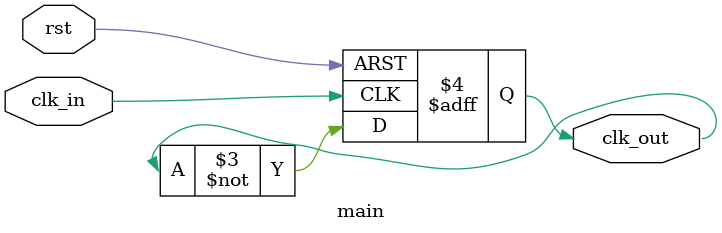
<source format=v>
module main(clk_in,
            rst,
            clk_out);
input clk_in;
input rst;
output reg clk_out;            

always @(posedge clk_in or negedge rst)
begin
  if(!rst)
    clk_out<=0;
  else
    clk_out<=~clk_out;
end
endmodule
</source>
